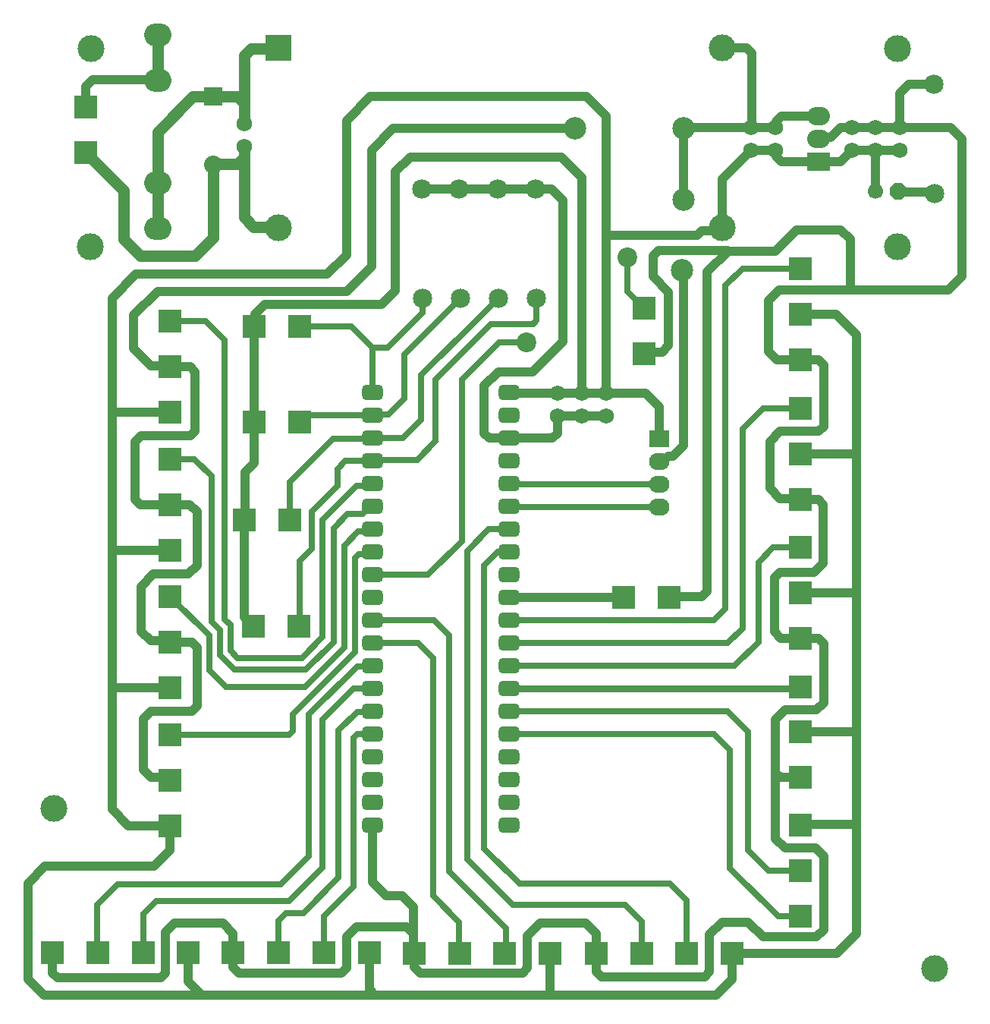
<source format=gbr>
%TF.GenerationSoftware,Altium Limited,Altium Designer,21.8.1 (53)*%
G04 Layer_Physical_Order=2*
G04 Layer_Color=16711680*
%FSLAX44Y44*%
%MOMM*%
%TF.SameCoordinates,CDC473F9-1FC5-4C8A-9042-356631BF9B38*%
%TF.FilePolarity,Positive*%
%TF.FileFunction,Copper,L2,Bot,Signal*%
%TF.Part,Single*%
G01*
G75*
%TA.AperFunction,Conductor*%
%ADD10C,0.7000*%
%ADD11C,1.0000*%
%ADD12C,0.8000*%
%ADD13C,1.3000*%
%TA.AperFunction,ComponentPad*%
%ADD14R,2.5000X2.5000*%
%ADD15R,2.5000X2.5000*%
%ADD16O,2.2860X1.9050*%
%ADD17R,2.2860X1.9050*%
%TA.AperFunction,WasherPad*%
%ADD18C,3.0000*%
%TA.AperFunction,ComponentPad*%
G04:AMPARAMS|DCode=19|XSize=2.3mm|YSize=1.7mm|CornerRadius=0.425mm|HoleSize=0mm|Usage=FLASHONLY|Rotation=0.000|XOffset=0mm|YOffset=0mm|HoleType=Round|Shape=RoundedRectangle|*
%AMROUNDEDRECTD19*
21,1,2.3000,0.8500,0,0,0.0*
21,1,1.4500,1.7000,0,0,0.0*
1,1,0.8500,0.7250,-0.4250*
1,1,0.8500,-0.7250,-0.4250*
1,1,0.8500,-0.7250,0.4250*
1,1,0.8500,0.7250,0.4250*
%
%ADD19ROUNDEDRECTD19*%
%ADD20C,1.7500*%
%ADD21C,2.1590*%
G04:AMPARAMS|DCode=22|XSize=1.8mm|YSize=1.8mm|CornerRadius=0mm|HoleSize=0mm|Usage=FLASHONLY|Rotation=180.000|XOffset=0mm|YOffset=0mm|HoleType=Round|Shape=Octagon|*
%AMOCTAGOND22*
4,1,8,-0.9000,0.4500,-0.9000,-0.4500,-0.4500,-0.9000,0.4500,-0.9000,0.9000,-0.4500,0.9000,0.4500,0.4500,0.9000,-0.4500,0.9000,-0.9000,0.4500,0.0*
%
%ADD22OCTAGOND22*%

%ADD23C,1.7000*%
%ADD24R,2.5400X2.0320*%
%ADD25O,2.5400X2.0320*%
%ADD26C,3.0000*%
%ADD27R,3.0000X3.0000*%
%ADD28O,3.0480X2.5400*%
%ADD29R,2.0320X2.0320*%
%ADD30C,2.0320*%
%TA.AperFunction,ViaPad*%
%ADD31C,2.2000*%
%ADD32C,2.5000*%
D10*
X460737Y776637D02*
Y792207D01*
X405130Y737470D02*
X421570D01*
X460737Y792207D02*
X461010Y792480D01*
X421570Y737470D02*
X460737Y776637D01*
X323100Y654600D02*
X330170Y661670D01*
X405130D01*
X440300Y729860D02*
X502920Y792480D01*
X440300Y680600D02*
Y729860D01*
X422430Y662730D02*
X440300Y680600D01*
X438570Y636270D02*
X459300Y657000D01*
Y706510D02*
X519200Y766410D01*
X459300Y657000D02*
Y706510D01*
X405130Y636270D02*
X438570D01*
X406140Y611880D02*
X454280D01*
X475300Y632900D01*
Y702000D01*
X537010Y763710D01*
X689300Y799900D02*
X707400Y781800D01*
X689300Y799900D02*
Y838300D01*
X690350Y837250D01*
X546000Y743400D02*
X576900D01*
X504500Y701900D02*
X546000Y743400D01*
X466770Y483870D02*
X504500Y521600D01*
Y701900D01*
X405130Y483870D02*
X466770D01*
X803910Y156464D02*
Y288290D01*
X557530Y331470D02*
X801370D01*
X824230Y308610D01*
Y176530D02*
Y308610D01*
X557530Y306070D02*
X786130D01*
X803910Y288290D01*
X798830Y806450D02*
X817753Y825373D01*
X786130Y433070D02*
X798830Y445770D01*
Y806450D01*
X405130Y610870D02*
X406140Y611880D01*
X537010Y763710D02*
X583909D01*
X588010Y767811D02*
Y792480D01*
X583909Y763710D02*
X588010Y767811D01*
X404960Y636100D02*
X405130Y636270D01*
X519200Y766410D02*
Y766410D01*
X545270Y792480D01*
X405130Y661670D02*
X406190Y662730D01*
X422430D01*
X405130Y687070D02*
Y737470D01*
X312100Y545000D02*
Y587500D01*
X360700Y636100D01*
X402670Y506810D02*
X405130Y509270D01*
X389230Y506810D02*
X402670D01*
X385130Y397530D02*
Y502709D01*
X389230Y506810D01*
X388941Y532500D02*
X402960D01*
X373130Y516689D02*
X388941Y532500D01*
X402960D02*
X405130Y534670D01*
X373130Y402930D02*
Y516689D01*
X337130Y554730D02*
X365500Y583100D01*
X349130Y545030D02*
X387110Y583010D01*
X337130Y513283D02*
Y554730D01*
X361130Y409130D02*
Y535630D01*
X323200Y499353D02*
X337130Y513283D01*
X349130Y414730D02*
Y545030D01*
X361130Y535630D02*
X377170Y551670D01*
X393324D01*
X387110Y583010D02*
X402670D01*
X405130Y585470D01*
X365500Y583100D02*
Y602200D01*
X322700Y426500D02*
X323200Y427000D01*
X329100Y358900D02*
X373130Y402930D01*
X323200Y427000D02*
Y499353D01*
X325885Y391485D02*
X349130Y414730D01*
X330500Y378500D02*
X361130Y409130D01*
X393324Y551670D02*
X401724Y560070D01*
X405130D01*
X323400Y761400D02*
X381200D01*
X254385Y391485D02*
X325885D01*
X250400Y378500D02*
X330500D01*
X234400Y394500D02*
X250400Y378500D01*
X246400Y399470D02*
X254385Y391485D01*
X246400Y399470D02*
Y428000D01*
X222400Y377400D02*
X240900Y358900D01*
X234400Y394500D02*
Y422800D01*
X240010Y434390D02*
X246400Y428000D01*
X225200Y432000D02*
X234400Y422800D01*
X179070Y459486D02*
X222400Y416156D01*
Y377400D02*
Y416156D01*
X225200Y432000D02*
Y593950D01*
X240010Y434390D02*
Y745510D01*
X315976Y328376D02*
X385130Y397530D01*
X240900Y358900D02*
X329100D01*
X315976Y309916D02*
Y328376D01*
X387370Y381670D02*
X404530D01*
X334010Y170180D02*
Y328310D01*
X387370Y381670D01*
X404530D02*
X405130Y382270D01*
X387370Y330870D02*
X404530D01*
X367030Y146050D02*
Y310530D01*
X387370Y330870D01*
X404530D02*
X405130Y331470D01*
X349250Y157480D02*
Y322450D01*
X383670Y356870D02*
X405130D01*
X349250Y322450D02*
X383670Y356870D01*
X557865Y559735D02*
X724465D01*
X724800Y559400D01*
X557530Y560070D02*
X557865Y559735D01*
X724465Y585135D02*
X724800Y584800D01*
X557530Y585470D02*
X557865Y585135D01*
X724465D01*
X365500Y602200D02*
X374170Y610870D01*
X405130D01*
X360700Y636100D02*
X404960D01*
X381200Y761400D02*
X405130Y737470D01*
X218694Y766826D02*
X240010Y745510D01*
X205994Y613156D02*
X225200Y593950D01*
X148717Y105537D02*
X163080Y119900D01*
X311670D01*
X349250Y157480D01*
X510540Y166360D02*
X561330Y115570D01*
X687070D01*
X510540Y166360D02*
Y510540D01*
X568900Y139700D02*
X736600D01*
X529590Y179010D02*
Y494030D01*
Y179010D02*
X568900Y139700D01*
X490220Y153480D02*
Y416560D01*
X553720Y63246D02*
Y89980D01*
X490220Y153480D02*
X553720Y89980D01*
X824230Y176530D02*
X846963Y153797D01*
X387640Y306070D02*
X405130D01*
X383540Y135890D02*
Y301970D01*
X387640Y306070D01*
X327660Y106680D02*
X367030Y146050D01*
X308610Y106680D02*
X327660D01*
X299847Y97917D02*
X308610Y106680D01*
X801370Y407670D02*
X817880Y424180D01*
Y646430D02*
X840740Y669290D01*
X817880Y424180D02*
Y646430D01*
X350520Y62230D02*
Y102870D01*
X383540Y135890D01*
X120650Y138430D02*
X302260D01*
X334010Y170180D01*
X97790Y115570D02*
X120650Y138430D01*
X179070Y305816D02*
X311875D01*
X315976Y309916D01*
X529590Y494030D02*
X544830Y509270D01*
X482019Y424869D02*
X486119Y420768D01*
Y420661D02*
X490220Y416560D01*
X481911Y424869D02*
X482019D01*
X486119Y420661D02*
Y420768D01*
X473710Y433070D02*
X481911Y424869D01*
X405130Y433070D02*
X473710D01*
X472440Y125730D02*
Y391160D01*
X405130Y407670D02*
X455930D01*
X472440Y391160D01*
X510540Y510540D02*
X534670Y534670D01*
X472440Y125730D02*
X501650Y96520D01*
X817753Y825373D02*
X882650D01*
X179070Y613156D02*
X205994D01*
X179070Y766826D02*
X218694D01*
X846963Y153797D02*
X882650D01*
X803910Y156464D02*
X857377Y102997D01*
X835660Y497840D02*
X852170Y514350D01*
X835660Y408940D02*
Y497840D01*
X852170Y514350D02*
X882650D01*
X557530Y433070D02*
X786130D01*
X557530Y407670D02*
X801370D01*
X808990Y382270D02*
X835660Y408940D01*
X557530Y382270D02*
X808990D01*
X704977Y61976D02*
Y97663D01*
X687070Y115570D02*
X704977Y97663D01*
X736600Y139700D02*
X755650Y120650D01*
Y61976D02*
Y120650D01*
X501650Y62103D02*
Y96520D01*
Y62103D02*
X501777Y61976D01*
X97790Y62484D02*
Y115570D01*
X148717Y62230D02*
Y105537D01*
X544830Y509270D02*
X557530D01*
X857377Y102997D02*
X882650D01*
X840740Y669290D02*
X882650D01*
X97790Y62484D02*
X98044Y62230D01*
X299847D02*
Y97917D01*
X552450Y61976D02*
X553720Y63246D01*
X534670Y534670D02*
X557530D01*
X880237Y356870D02*
X882650Y359283D01*
D11*
X261300Y545000D02*
X262400Y546100D01*
Y598500D01*
X272300Y608400D01*
Y654600D01*
X272450Y654750D02*
Y761250D01*
X272600Y761400D01*
X272300Y654600D02*
X272450Y654750D01*
X707400Y731000D02*
X709000Y732600D01*
X728000D01*
X735200Y739800D02*
Y799542D01*
X728000Y732600D02*
X735200Y739800D01*
X717900Y816842D02*
Y840028D01*
Y816842D02*
X735200Y799542D01*
X717900Y840028D02*
X723758Y845886D01*
X801114D01*
X882650Y723900D02*
X902432D01*
X855980D02*
X882650D01*
X654177Y61976D02*
Y83693D01*
Y41418D02*
Y61976D01*
X750550Y823386D02*
X752200Y821735D01*
Y627903D02*
Y821735D01*
X740372Y616075D02*
X752200Y627903D01*
X801114Y845886D02*
X801650Y845350D01*
X735029Y616075D02*
X740372D01*
X724800Y610200D02*
X729154D01*
X735029Y616075D01*
X938400Y801370D02*
X1047750D01*
X858520D02*
X938400D01*
X937800Y801970D02*
Y858500D01*
Y801970D02*
X938400Y801370D01*
X927400Y868900D02*
X937800Y858500D01*
X877600Y868900D02*
X927400D01*
X854050Y845350D02*
X877600Y868900D01*
X801650Y845350D02*
X854050D01*
X778100Y821800D02*
X801650Y845350D01*
X794870Y871550D02*
Y925023D01*
X827427Y957580D01*
X791043Y867723D02*
X794870Y871550D01*
X778100Y465758D02*
Y821800D01*
X772242Y459900D02*
X778100Y465758D01*
X736700Y459900D02*
X772242D01*
X736000Y459200D02*
X736700Y459900D01*
X529590Y694890D02*
X545000Y710300D01*
X529590Y642128D02*
Y694890D01*
X545000Y710300D02*
X583300D01*
X535448Y636270D02*
X557530D01*
X605118D01*
X583300Y710300D02*
X617220Y744220D01*
X557895Y458835D02*
X684835D01*
X557530Y458470D02*
X557895Y458835D01*
X684835D02*
X685200Y459200D01*
X91900Y1036300D02*
X163850D01*
X165100Y1035050D01*
X84600Y1005400D02*
Y1029000D01*
X91900Y1036300D01*
X261300Y437100D02*
X271900Y426500D01*
X261300Y437100D02*
Y545000D01*
X415250Y785450D02*
X430530Y800730D01*
X138430Y773430D02*
X165450Y800450D01*
X284208Y785450D02*
X415250D01*
X273500Y762300D02*
Y774742D01*
X284208Y785450D01*
X165450Y800450D02*
X376270D01*
X403860Y828040D01*
X272600Y761400D02*
X273500Y762300D01*
X114300Y792480D02*
X140970Y819150D01*
X354330D01*
X375920Y840740D01*
X203042Y408686D02*
X208900Y402828D01*
X157700Y331600D02*
X203042D01*
X208900Y337458D02*
Y402828D01*
X179070Y408686D02*
X203042D01*
Y331600D02*
X208900Y337458D01*
X751600Y902200D02*
Y981470D01*
X751840Y981710D01*
X724800Y635600D02*
Y671300D01*
X709284Y686816D02*
X724800Y671300D01*
X665480Y686816D02*
X709284D01*
X586740Y914400D02*
X604520D01*
X544000D02*
X586740D01*
X501650D02*
X544000D01*
X665480Y686816D02*
Y862200D01*
X139300Y568300D02*
Y632000D01*
Y568300D02*
X145400Y562200D01*
X139300Y632000D02*
X146110Y638810D01*
X178914Y562200D02*
X179070Y562356D01*
X145400Y562200D02*
X178914D01*
X177624Y717472D02*
X179070Y716026D01*
X138430Y736470D02*
X157428Y717472D01*
X138430Y736470D02*
Y773430D01*
X157428Y717472D02*
X177624D01*
X179070Y716026D02*
X201152D01*
X854710Y263668D02*
Y322610D01*
X865295Y333195D02*
X900347D01*
X854710Y322610D02*
X865295Y333195D01*
X854710Y189890D02*
Y263668D01*
X865530Y179070D02*
X899160D01*
X854710Y189890D02*
X865530Y179070D01*
X149300Y266300D02*
Y323200D01*
X157700Y331600D01*
X175914Y258172D02*
X179070Y255016D01*
X149300Y266300D02*
X157428Y258172D01*
X175914D01*
X146200Y470900D02*
X160000Y484700D01*
X198950D02*
X208900Y494650D01*
X160000Y484700D02*
X198950D01*
X146200Y421100D02*
X157090Y410210D01*
X177546D01*
X146200Y421100D02*
Y470900D01*
X146110Y638810D02*
X201152D01*
X248928Y62349D02*
X249047Y62230D01*
X237550Y95250D02*
X248928Y83872D01*
X184150Y95250D02*
X237550D01*
X248928Y62349D02*
Y83872D01*
X249047Y46498D02*
Y62230D01*
X665480Y862200D02*
Y995680D01*
X666212Y862932D02*
X767300D01*
X665480Y862200D02*
X666212Y862932D01*
X767300D02*
X772091Y867723D01*
X791043D01*
X208900Y494650D02*
Y554300D01*
X179070Y562356D02*
X200844D01*
X208900Y554300D01*
X603250Y15240D02*
X788670D01*
X407670D02*
X603250D01*
X603123Y15367D02*
X603250Y15240D01*
X603123Y15367D02*
Y61976D01*
X529590Y642128D02*
X535448Y636270D01*
X904945Y972255D02*
X916272D01*
X926779Y982762D02*
X939222D01*
X902970Y970280D02*
X904945Y972255D01*
X916272D02*
X926779Y982762D01*
X939222D02*
X939441Y982980D01*
X966365D01*
X114300Y666750D02*
Y792480D01*
X132207Y204343D02*
X179070D01*
X114300Y222250D02*
X132207Y204343D01*
X114300Y222250D02*
Y356870D01*
Y513080D01*
X115443Y358013D02*
X179070D01*
X114300Y356870D02*
X115443Y358013D01*
X114300Y513080D02*
Y666750D01*
X115697Y511683D02*
X179070D01*
X114300Y513080D02*
X115697Y511683D01*
X114300Y666750D02*
X115697Y665353D01*
X179070D01*
X794870Y1071550D02*
X822182D01*
X828040Y1065692D01*
Y983593D02*
Y1065692D01*
X794870Y1071550D02*
X796050Y1070370D01*
X403860Y957580D02*
X427990Y981710D01*
X631190D01*
X753841Y982980D02*
X827427D01*
X751840Y981710D02*
X752571D01*
X753841Y982980D01*
X375920Y840740D02*
Y990600D01*
X402590Y1017270D02*
X643890D01*
X375920Y990600D02*
X402590Y1017270D01*
X643890D02*
X665480Y995680D01*
X403860Y828040D02*
Y957580D01*
X179070Y176530D02*
Y204343D01*
X161290Y158750D02*
X179070Y176530D01*
X39370Y158750D02*
X161290D01*
X20320Y139700D02*
X39370Y158750D01*
X20320Y33020D02*
Y139700D01*
X944880Y205740D02*
Y309880D01*
Y83820D02*
Y205740D01*
X882650Y204470D02*
X883920Y205740D01*
X944880D01*
Y309880D02*
Y464820D01*
X882650Y308610D02*
X943610D01*
X944880Y309880D01*
Y464820D02*
Y619760D01*
X882650Y463677D02*
X943737D01*
X944880Y464820D01*
Y619760D02*
Y751840D01*
X882650Y618617D02*
X943737D01*
X944880Y619760D01*
X882650Y774700D02*
X922020D01*
X944880Y751840D01*
X806323Y61976D02*
X923036D01*
X944880Y83820D01*
X438150Y125730D02*
X450850Y113030D01*
Y83820D02*
Y113030D01*
X420370Y125730D02*
X438150D01*
X405130Y140970D02*
Y204470D01*
Y140970D02*
X420370Y125730D01*
X847090Y732790D02*
Y789940D01*
Y732790D02*
X855980Y723900D01*
X859790Y643890D02*
X902432D01*
X908290Y649748D01*
X848360Y632460D02*
X859790Y643890D01*
X908290Y649748D02*
Y718042D01*
X859298Y486410D02*
X897890D01*
X853440Y420370D02*
Y480552D01*
Y420370D02*
X860282Y413528D01*
X853440Y480552D02*
X859298Y486410D01*
X860282Y413528D02*
X881999D01*
X882650Y412877D01*
X908290Y87870D02*
Y169940D01*
X899160Y179070D02*
X908290Y169940D01*
X617220Y744220D02*
Y901700D01*
X201152Y716026D02*
X207010Y710168D01*
Y644668D02*
Y710168D01*
X201152Y638810D02*
X207010Y644668D01*
X604520Y914400D02*
X617220Y901700D01*
X848360Y580390D02*
X859738Y569012D01*
X848360Y580390D02*
Y632460D01*
X859738Y569012D02*
X881455D01*
X882650Y567817D01*
X795020Y96520D02*
X824230D01*
X781050Y82550D02*
X795020Y96520D01*
X781050Y41418D02*
Y82550D01*
X642620Y95250D02*
X654177Y83693D01*
X591820Y95250D02*
X642620D01*
X577850Y81280D02*
X591820Y95250D01*
X577850Y45334D02*
Y81280D01*
X387350Y91440D02*
X443230D01*
X450850Y83820D01*
Y62103D02*
Y83820D01*
Y62103D02*
X450977Y61976D01*
X173990Y40148D02*
Y85090D01*
X184150Y95250D01*
X450977Y46498D02*
Y61976D01*
X806323Y32893D02*
Y61976D01*
X788670Y15240D02*
X806323Y32893D01*
X38100Y15240D02*
X214630D01*
X20320Y33020D02*
X38100Y15240D01*
X902192Y567817D02*
X908050Y561959D01*
X882650Y567817D02*
X902192D01*
X908050Y496570D02*
Y561959D01*
X430530Y800730D02*
Y933450D01*
X447040Y949960D02*
X615950D01*
X638556Y927354D01*
Y686816D02*
Y927354D01*
X430530Y933450D02*
X447040Y949960D01*
X1047750Y801370D02*
X1062990Y816610D01*
X1050290Y982980D02*
X1062990Y970280D01*
Y816610D02*
Y970280D01*
X993289Y982980D02*
X1050290D01*
X847090Y789940D02*
X858520Y801370D01*
X993140Y910590D02*
X1031240D01*
X1032510Y909320D01*
X991870Y911860D02*
X993140Y910590D01*
X966417Y911913D02*
Y957527D01*
Y911913D02*
X966470Y911860D01*
X966365Y957580D02*
X966417Y957527D01*
X1003300Y1031240D02*
X1031240D01*
X993289Y1021229D02*
X1003300Y1031240D01*
X993289Y982980D02*
Y1021229D01*
X966365Y982980D02*
X993289D01*
X966365Y957580D02*
X993289D01*
X939441D02*
X966365D01*
X902970Y944880D02*
X926741D01*
X939441Y957580D01*
X855307Y950738D02*
Y956623D01*
X861165Y944880D02*
X902970D01*
X855307Y950738D02*
X861165Y944880D01*
X854351Y957580D02*
X855307Y956623D01*
Y989822D02*
X861165Y995680D01*
X855307Y983937D02*
Y989822D01*
X861165Y995680D02*
X902970D01*
X854351Y982980D02*
X855307Y983937D01*
X827427Y957580D02*
X854351D01*
X827427Y982980D02*
X854351D01*
X827427D02*
X828040Y983593D01*
X660035Y35560D02*
X775192D01*
X781050Y41418D01*
X457999Y39476D02*
X571992D01*
X577850Y45334D01*
X375920Y45588D02*
Y80010D01*
X255815Y39730D02*
X370062D01*
X375920Y80010D02*
X387350Y91440D01*
X370062Y39730D02*
X375920Y45588D01*
X53102Y34290D02*
X168132D01*
X173990Y40148D01*
X47244D02*
Y62230D01*
Y40148D02*
X53102Y34290D01*
X900430Y80010D02*
X908290Y87870D01*
X840740Y80010D02*
X900430D01*
X824230Y96520D02*
X840740Y80010D01*
X654177Y41418D02*
X660035Y35560D01*
X860568Y257810D02*
X882650D01*
X854710Y263668D02*
X860568Y257810D01*
X900347Y333195D02*
X908290Y341138D01*
Y407019D01*
X902432Y412877D02*
X908290Y407019D01*
X882650Y412877D02*
X902432D01*
X897890Y486410D02*
X908050Y496570D01*
X902432Y723900D02*
X908290Y718042D01*
X450977Y46498D02*
X457999Y39476D01*
X249047Y46498D02*
X255815Y39730D01*
X199390Y30480D02*
Y62230D01*
Y30480D02*
X214630Y15240D01*
X407670D01*
X401193Y21717D02*
Y62230D01*
Y21717D02*
X407670Y15240D01*
X611505Y686943D02*
X611632Y686816D01*
X557530Y687070D02*
X557657Y686943D01*
X611505D01*
X605118Y636270D02*
X610976Y642128D01*
Y660760D01*
X611632Y661416D01*
X638556D02*
X665480D01*
X611632D02*
X638556D01*
Y686816D02*
X665480D01*
X611632D02*
X638556D01*
X459740Y914400D02*
X501650D01*
X177546Y410210D02*
X179070Y408686D01*
D12*
X557530Y356870D02*
X880237D01*
D13*
X126700Y858700D02*
X145930Y839470D01*
X126700Y858700D02*
Y912500D01*
X84600Y954600D02*
X126700Y912500D01*
X145930Y839470D02*
X207010D01*
X227330Y859790D02*
Y941070D01*
X207010Y839470D02*
X227330Y859790D01*
X272120Y872150D02*
X299270D01*
X261620Y882650D02*
X272120Y872150D01*
X299270D02*
X299870Y871550D01*
X261620Y882650D02*
Y961390D01*
Y1009655D02*
Y1062995D01*
X269235Y1070610D02*
X298930D01*
X261620Y1062995D02*
X269235Y1070610D01*
X298930D02*
X299870Y1071550D01*
X227330Y1017270D02*
X254005D01*
X261620Y986790D02*
Y1009655D01*
X254005Y1017270D02*
X261620Y1009655D01*
X261237Y961007D02*
X261620Y961390D01*
X254005Y942471D02*
X261237Y949703D01*
X228731Y942471D02*
X254005D01*
X261237Y949703D02*
Y961007D01*
X227330Y941070D02*
X228731Y942471D01*
X165100Y977900D02*
X204470Y1017270D01*
X227330D01*
X165100Y920750D02*
Y977900D01*
Y869950D02*
Y920750D01*
Y1035050D02*
Y1085850D01*
D14*
X707400Y731000D02*
D03*
Y781800D02*
D03*
X84600Y954600D02*
D03*
Y1005400D02*
D03*
X882650Y514350D02*
D03*
Y412877D02*
D03*
Y463677D02*
D03*
Y669290D02*
D03*
Y567817D02*
D03*
Y618617D02*
D03*
Y825373D02*
D03*
Y723900D02*
D03*
Y774700D02*
D03*
Y204470D02*
D03*
Y102997D02*
D03*
Y153797D02*
D03*
Y359283D02*
D03*
Y257810D02*
D03*
Y308610D02*
D03*
X179070Y204343D02*
D03*
Y305816D02*
D03*
Y255016D02*
D03*
Y358013D02*
D03*
Y459486D02*
D03*
Y408686D02*
D03*
Y716026D02*
D03*
Y766826D02*
D03*
Y665353D02*
D03*
Y562356D02*
D03*
Y613156D02*
D03*
Y511683D02*
D03*
D15*
X736000Y459200D02*
D03*
X685200D02*
D03*
X323400Y761400D02*
D03*
X272600D02*
D03*
X322700Y426500D02*
D03*
X271900D02*
D03*
X312100Y545000D02*
D03*
X261300D02*
D03*
X323100Y654600D02*
D03*
X272300D02*
D03*
X806323Y61976D02*
D03*
X755650D02*
D03*
X654177D02*
D03*
X704977D02*
D03*
X603123D02*
D03*
X552450D02*
D03*
X450977D02*
D03*
X501777D02*
D03*
X199390Y62230D02*
D03*
X148717D02*
D03*
X47244D02*
D03*
X98044D02*
D03*
X401193D02*
D03*
X350520D02*
D03*
X249047D02*
D03*
X299847D02*
D03*
D16*
X724800Y559400D02*
D03*
Y584800D02*
D03*
Y610200D02*
D03*
D17*
Y635600D02*
D03*
D18*
X90100Y850400D02*
D03*
X990700D02*
D03*
X49530Y223520D02*
D03*
X1032510Y44450D02*
D03*
X990700Y1070800D02*
D03*
X91000D02*
D03*
D19*
X405130Y687070D02*
D03*
Y661670D02*
D03*
Y636270D02*
D03*
Y610870D02*
D03*
Y585470D02*
D03*
Y560070D02*
D03*
Y534670D02*
D03*
Y509270D02*
D03*
Y483870D02*
D03*
Y458470D02*
D03*
Y433070D02*
D03*
Y407670D02*
D03*
Y382270D02*
D03*
Y356870D02*
D03*
Y331470D02*
D03*
Y306070D02*
D03*
Y280670D02*
D03*
Y255270D02*
D03*
Y229870D02*
D03*
Y204470D02*
D03*
X557530Y687070D02*
D03*
Y661670D02*
D03*
Y636270D02*
D03*
Y610870D02*
D03*
Y585470D02*
D03*
Y560070D02*
D03*
Y534670D02*
D03*
Y509270D02*
D03*
Y483870D02*
D03*
Y458470D02*
D03*
Y433070D02*
D03*
Y407670D02*
D03*
Y382270D02*
D03*
Y356870D02*
D03*
Y331470D02*
D03*
Y306070D02*
D03*
Y280670D02*
D03*
Y255270D02*
D03*
Y229870D02*
D03*
Y204470D02*
D03*
D20*
X665480Y686816D02*
D03*
Y661416D02*
D03*
X993289Y957580D02*
D03*
Y982980D02*
D03*
X966365Y957580D02*
D03*
Y982980D02*
D03*
X939441Y957580D02*
D03*
Y982980D02*
D03*
X854351Y957580D02*
D03*
Y982980D02*
D03*
X827427Y957580D02*
D03*
Y982980D02*
D03*
X261620Y961390D02*
D03*
Y986790D02*
D03*
X638556Y686816D02*
D03*
Y661416D02*
D03*
X611632Y686816D02*
D03*
Y661416D02*
D03*
D21*
X1032510Y909320D02*
D03*
X1031240Y1031240D02*
D03*
X502920Y792480D02*
D03*
X501650Y914400D02*
D03*
X545270Y792480D02*
D03*
X544000Y914400D02*
D03*
X588010Y792480D02*
D03*
X586740Y914400D02*
D03*
X461010Y792480D02*
D03*
X459740Y914400D02*
D03*
D22*
X991870Y911860D02*
D03*
D23*
X966470D02*
D03*
D24*
X902970Y944880D02*
D03*
D25*
Y970280D02*
D03*
Y995680D02*
D03*
D26*
X299870Y871550D02*
D03*
X794870Y1071550D02*
D03*
Y871550D02*
D03*
D27*
X299870Y1071550D02*
D03*
D28*
X165100Y869950D02*
D03*
Y1085850D02*
D03*
Y1035050D02*
D03*
Y920750D02*
D03*
D29*
X227330Y1017270D02*
D03*
D30*
Y941070D02*
D03*
D31*
X689300Y838300D02*
D03*
X576900Y743400D02*
D03*
D32*
X750550Y823386D02*
D03*
X751600Y902200D02*
D03*
X631190Y981710D02*
D03*
X751840D02*
D03*
%TF.MD5,97d6b70d52da2c69f71bf817a3c9039c*%
M02*

</source>
